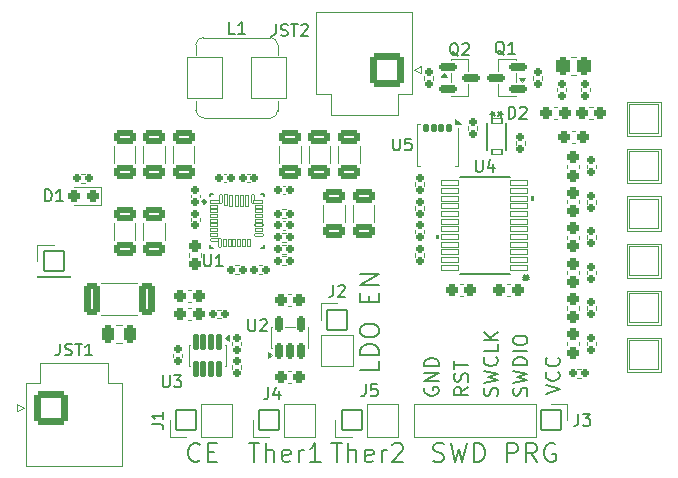
<source format=gbr>
%TF.GenerationSoftware,KiCad,Pcbnew,9.0.6+1*%
%TF.CreationDate,Date%
%TF.ProjectId,solar_smart_station,736f6c61-725f-4736-9d61-72745f737461,+ (Unreleased)*%
%TF.SameCoordinates,Original*%
%TF.FileFunction,Legend,Top*%
%TF.FilePolarity,Positive*%
%FSLAX46Y46*%
G04 Gerber Fmt 4.6, Leading zero omitted, Abs format (unit mm)*
G04 Created by KiCad*
%MOMM*%
%LPD*%
G01*
G04 APERTURE LIST*
G04 Aperture macros list*
%AMRoundRect*
0 Rectangle with rounded corners*
0 $1 Rounding radius*
0 $2 $3 $4 $5 $6 $7 $8 $9 X,Y pos of 4 corners*
0 Add a 4 corners polygon primitive as box body*
4,1,4,$2,$3,$4,$5,$6,$7,$8,$9,$2,$3,0*
0 Add four circle primitives for the rounded corners*
1,1,$1+$1,$2,$3*
1,1,$1+$1,$4,$5*
1,1,$1+$1,$6,$7*
1,1,$1+$1,$8,$9*
0 Add four rect primitives between the rounded corners*
20,1,$1+$1,$2,$3,$4,$5,0*
20,1,$1+$1,$4,$5,$6,$7,0*
20,1,$1+$1,$6,$7,$8,$9,0*
20,1,$1+$1,$8,$9,$2,$3,0*%
%AMFreePoly0*
4,1,13,0.135355,0.385355,0.150000,0.350000,0.150000,-0.350000,0.135355,-0.385355,0.100000,-0.400000,-0.100000,-0.400000,-0.135355,-0.385355,-0.150000,-0.350000,-0.150000,0.350000,-0.135355,0.385355,-0.100000,0.400000,0.100000,0.400000,0.135355,0.385355,0.135355,0.385355,$1*%
%AMFreePoly1*
4,1,13,0.385355,0.135355,0.400000,0.100000,0.400000,-0.100000,0.385355,-0.135355,0.350000,-0.150000,-0.350000,-0.150000,-0.385355,-0.135355,-0.400000,-0.100000,-0.400000,0.100000,-0.385355,0.135355,-0.350000,0.150000,0.350000,0.150000,0.385355,0.135355,0.385355,0.135355,$1*%
%AMFreePoly2*
4,1,37,1.406355,1.260355,1.421000,1.225000,1.421000,0.720000,1.406355,0.684645,1.371000,0.670000,1.000000,0.670000,1.000000,0.630000,1.370000,0.630000,1.405355,0.615355,1.420000,0.580000,1.420000,0.080000,1.405355,0.044645,1.370000,0.030000,1.000000,0.030000,1.000000,-0.030000,1.370000,-0.030000,1.405355,-0.044645,1.420000,-0.080000,1.420000,-0.580000,1.405355,-0.615355,
1.370000,-0.630000,1.000000,-0.630000,1.000000,-0.670000,1.370000,-0.670000,1.405355,-0.684645,1.420000,-0.720000,1.420000,-1.225000,1.405355,-1.260355,1.370000,-1.275000,-0.950000,-1.275000,-0.985355,-1.260355,-1.000000,-1.225000,-1.000000,1.225000,-0.985355,1.260355,-0.950000,1.275000,1.371000,1.275000,1.406355,1.260355,1.406355,1.260355,$1*%
G04 Aperture macros list end*
%ADD10C,0.150000*%
%ADD11C,0.120000*%
%ADD12C,0.152400*%
%ADD13C,0.000000*%
%ADD14C,0.250000*%
%ADD15RoundRect,0.160000X-0.210000X0.160000X-0.210000X-0.160000X0.210000X-0.160000X0.210000X0.160000X0*%
%ADD16RoundRect,0.259260X-1.140740X-1.140740X1.140740X-1.140740X1.140740X1.140740X-1.140740X1.140740X0*%
%ADD17C,2.800000*%
%ADD18RoundRect,0.271739X-0.678261X0.353261X-0.678261X-0.353261X0.678261X-0.353261X0.678261X0.353261X0*%
%ADD19RoundRect,0.250000X-0.275000X0.250000X-0.275000X-0.250000X0.275000X-0.250000X0.275000X0.250000X0*%
%ADD20RoundRect,0.050000X-1.250000X-1.250000X1.250000X-1.250000X1.250000X1.250000X-1.250000X1.250000X0*%
%ADD21RoundRect,0.175000X-0.612500X-0.175000X0.612500X-0.175000X0.612500X0.175000X-0.612500X0.175000X0*%
%ADD22C,3.700000*%
%ADD23C,5.700000*%
%ADD24RoundRect,0.160000X-0.160000X-0.210000X0.160000X-0.210000X0.160000X0.210000X-0.160000X0.210000X0*%
%ADD25RoundRect,0.175000X0.612500X0.175000X-0.612500X0.175000X-0.612500X-0.175000X0.612500X-0.175000X0*%
%ADD26RoundRect,0.275000X0.275000X0.500000X-0.275000X0.500000X-0.275000X-0.500000X0.275000X-0.500000X0*%
%ADD27RoundRect,0.250000X-0.250000X-0.275000X0.250000X-0.275000X0.250000X0.275000X-0.250000X0.275000X0*%
%ADD28RoundRect,0.165000X0.165000X0.195000X-0.165000X0.195000X-0.165000X-0.195000X0.165000X-0.195000X0*%
%ADD29RoundRect,0.137500X-0.137500X0.575000X-0.137500X-0.575000X0.137500X-0.575000X0.137500X0.575000X0*%
%ADD30RoundRect,0.160000X0.210000X-0.160000X0.210000X0.160000X-0.210000X0.160000X-0.210000X-0.160000X0*%
%ADD31RoundRect,0.270409X-0.392091X-1.104591X0.392091X-1.104591X0.392091X1.104591X-0.392091X1.104591X0*%
%ADD32RoundRect,0.050000X-0.850000X-0.850000X0.850000X-0.850000X0.850000X0.850000X-0.850000X0.850000X0*%
%ADD33C,1.800000*%
%ADD34RoundRect,0.165000X-0.195000X0.165000X-0.195000X-0.165000X0.195000X-0.165000X0.195000X0.165000X0*%
%ADD35RoundRect,0.271739X0.678261X-0.353261X0.678261X0.353261X-0.678261X0.353261X-0.678261X-0.353261X0*%
%ADD36RoundRect,0.165000X-0.165000X-0.195000X0.165000X-0.195000X0.165000X0.195000X-0.165000X0.195000X0*%
%ADD37RoundRect,0.250000X0.250000X0.275000X-0.250000X0.275000X-0.250000X-0.275000X0.250000X-0.275000X0*%
%ADD38RoundRect,0.050000X-0.850000X0.850000X-0.850000X-0.850000X0.850000X-0.850000X0.850000X0.850000X0*%
%ADD39RoundRect,0.160000X0.160000X0.210000X-0.160000X0.210000X-0.160000X-0.210000X0.160000X-0.210000X0*%
%ADD40RoundRect,0.175000X0.175000X-0.537500X0.175000X0.537500X-0.175000X0.537500X-0.175000X-0.537500X0*%
%ADD41RoundRect,0.050000X0.850000X-0.850000X0.850000X0.850000X-0.850000X0.850000X-0.850000X-0.850000X0*%
%ADD42RoundRect,0.050000X-1.475000X-1.750000X1.475000X-1.750000X1.475000X1.750000X-1.475000X1.750000X0*%
%ADD43RoundRect,0.259260X1.140740X1.140740X-1.140740X1.140740X-1.140740X-1.140740X1.140740X-1.140740X0*%
%ADD44RoundRect,0.050000X-0.419100X0.228600X-0.419100X-0.228600X0.419100X-0.228600X0.419100X0.228600X0*%
%ADD45RoundRect,0.274390X0.288110X0.475610X-0.288110X0.475610X-0.288110X-0.475610X0.288110X-0.475610X0*%
%ADD46RoundRect,0.050000X0.736600X0.177800X-0.736600X0.177800X-0.736600X-0.177800X0.736600X-0.177800X0*%
%ADD47RoundRect,0.250000X0.275000X-0.250000X0.275000X0.250000X-0.275000X0.250000X-0.275000X-0.250000X0*%
%ADD48RoundRect,0.050000X0.400000X-0.100000X0.400000X0.100000X-0.400000X0.100000X-0.400000X-0.100000X0*%
%ADD49RoundRect,0.050000X-0.100000X-0.350000X0.100000X-0.350000X0.100000X0.350000X-0.100000X0.350000X0*%
%ADD50RoundRect,0.050000X-0.299999X-0.100000X0.299999X-0.100000X0.299999X0.100000X-0.299999X0.100000X0*%
%ADD51RoundRect,0.050000X-0.350000X-0.100000X0.350000X-0.100000X0.350000X0.100000X-0.350000X0.100000X0*%
%ADD52RoundRect,0.050000X0.100000X-0.350000X0.100000X0.350000X-0.100000X0.350000X-0.100000X-0.350000X0*%
%ADD53RoundRect,0.050000X0.100000X-0.299999X0.100000X0.299999X-0.100000X0.299999X-0.100000X-0.299999X0*%
%ADD54FreePoly0,0.000000*%
%ADD55FreePoly1,0.000000*%
%ADD56RoundRect,0.050000X-0.350000X-0.100000X0.350000X-0.100000X0.350000X0.100000X-0.350000X0.100000X0*%
%ADD57RoundRect,0.050000X-0.325000X-0.100000X0.325000X-0.100000X0.325000X0.100000X-0.325000X0.100000X0*%
%ADD58RoundRect,0.050000X-0.340000X-0.100000X0.340000X-0.100000X0.340000X0.100000X-0.340000X0.100000X0*%
%ADD59RoundRect,0.050000X-0.100000X-0.500000X0.100000X-0.500000X0.100000X0.500000X-0.100000X0.500000X0*%
%ADD60RoundRect,0.050000X-0.100000X-0.475000X0.100000X-0.475000X0.100000X0.475000X-0.100000X0.475000X0*%
%ADD61RoundRect,0.243750X0.243750X0.281250X-0.243750X0.281250X-0.243750X-0.281250X0.243750X-0.281250X0*%
%ADD62RoundRect,0.137500X-0.137500X0.227500X-0.137500X-0.227500X0.137500X-0.227500X0.137500X0.227500X0*%
%ADD63FreePoly2,270.000000*%
G04 APERTURE END LIST*
D10*
X73038200Y-178922744D02*
X73095342Y-178751316D01*
X73095342Y-178751316D02*
X73095342Y-178465601D01*
X73095342Y-178465601D02*
X73038200Y-178351316D01*
X73038200Y-178351316D02*
X72981057Y-178294173D01*
X72981057Y-178294173D02*
X72866771Y-178237030D01*
X72866771Y-178237030D02*
X72752485Y-178237030D01*
X72752485Y-178237030D02*
X72638200Y-178294173D01*
X72638200Y-178294173D02*
X72581057Y-178351316D01*
X72581057Y-178351316D02*
X72523914Y-178465601D01*
X72523914Y-178465601D02*
X72466771Y-178694173D01*
X72466771Y-178694173D02*
X72409628Y-178808458D01*
X72409628Y-178808458D02*
X72352485Y-178865601D01*
X72352485Y-178865601D02*
X72238200Y-178922744D01*
X72238200Y-178922744D02*
X72123914Y-178922744D01*
X72123914Y-178922744D02*
X72009628Y-178865601D01*
X72009628Y-178865601D02*
X71952485Y-178808458D01*
X71952485Y-178808458D02*
X71895342Y-178694173D01*
X71895342Y-178694173D02*
X71895342Y-178408458D01*
X71895342Y-178408458D02*
X71952485Y-178237030D01*
X71895342Y-177837030D02*
X73095342Y-177551316D01*
X73095342Y-177551316D02*
X72238200Y-177322744D01*
X72238200Y-177322744D02*
X73095342Y-177094173D01*
X73095342Y-177094173D02*
X71895342Y-176808459D01*
X73095342Y-176351315D02*
X71895342Y-176351315D01*
X71895342Y-176351315D02*
X71895342Y-176065601D01*
X71895342Y-176065601D02*
X71952485Y-175894172D01*
X71952485Y-175894172D02*
X72066771Y-175779887D01*
X72066771Y-175779887D02*
X72181057Y-175722744D01*
X72181057Y-175722744D02*
X72409628Y-175665601D01*
X72409628Y-175665601D02*
X72581057Y-175665601D01*
X72581057Y-175665601D02*
X72809628Y-175722744D01*
X72809628Y-175722744D02*
X72923914Y-175779887D01*
X72923914Y-175779887D02*
X73038200Y-175894172D01*
X73038200Y-175894172D02*
X73095342Y-176065601D01*
X73095342Y-176065601D02*
X73095342Y-176351315D01*
X73095342Y-175151315D02*
X71895342Y-175151315D01*
X71895342Y-174351315D02*
X71895342Y-174122743D01*
X71895342Y-174122743D02*
X71952485Y-174008458D01*
X71952485Y-174008458D02*
X72066771Y-173894172D01*
X72066771Y-173894172D02*
X72295342Y-173837029D01*
X72295342Y-173837029D02*
X72695342Y-173837029D01*
X72695342Y-173837029D02*
X72923914Y-173894172D01*
X72923914Y-173894172D02*
X73038200Y-174008458D01*
X73038200Y-174008458D02*
X73095342Y-174122743D01*
X73095342Y-174122743D02*
X73095342Y-174351315D01*
X73095342Y-174351315D02*
X73038200Y-174465601D01*
X73038200Y-174465601D02*
X72923914Y-174579886D01*
X72923914Y-174579886D02*
X72695342Y-174637029D01*
X72695342Y-174637029D02*
X72295342Y-174637029D01*
X72295342Y-174637029D02*
X72066771Y-174579886D01*
X72066771Y-174579886D02*
X71952485Y-174465601D01*
X71952485Y-174465601D02*
X71895342Y-174351315D01*
X65153445Y-184470200D02*
X65382017Y-184546390D01*
X65382017Y-184546390D02*
X65762969Y-184546390D01*
X65762969Y-184546390D02*
X65915350Y-184470200D01*
X65915350Y-184470200D02*
X65991541Y-184394009D01*
X65991541Y-184394009D02*
X66067731Y-184241628D01*
X66067731Y-184241628D02*
X66067731Y-184089247D01*
X66067731Y-184089247D02*
X65991541Y-183936866D01*
X65991541Y-183936866D02*
X65915350Y-183860676D01*
X65915350Y-183860676D02*
X65762969Y-183784485D01*
X65762969Y-183784485D02*
X65458207Y-183708295D01*
X65458207Y-183708295D02*
X65305826Y-183632104D01*
X65305826Y-183632104D02*
X65229636Y-183555914D01*
X65229636Y-183555914D02*
X65153445Y-183403533D01*
X65153445Y-183403533D02*
X65153445Y-183251152D01*
X65153445Y-183251152D02*
X65229636Y-183098771D01*
X65229636Y-183098771D02*
X65305826Y-183022580D01*
X65305826Y-183022580D02*
X65458207Y-182946390D01*
X65458207Y-182946390D02*
X65839160Y-182946390D01*
X65839160Y-182946390D02*
X66067731Y-183022580D01*
X66601065Y-182946390D02*
X66982017Y-184546390D01*
X66982017Y-184546390D02*
X67286779Y-183403533D01*
X67286779Y-183403533D02*
X67591541Y-184546390D01*
X67591541Y-184546390D02*
X67972494Y-182946390D01*
X68582017Y-184546390D02*
X68582017Y-182946390D01*
X68582017Y-182946390D02*
X68962969Y-182946390D01*
X68962969Y-182946390D02*
X69191541Y-183022580D01*
X69191541Y-183022580D02*
X69343922Y-183174961D01*
X69343922Y-183174961D02*
X69420112Y-183327342D01*
X69420112Y-183327342D02*
X69496303Y-183632104D01*
X69496303Y-183632104D02*
X69496303Y-183860676D01*
X69496303Y-183860676D02*
X69420112Y-184165438D01*
X69420112Y-184165438D02*
X69343922Y-184317819D01*
X69343922Y-184317819D02*
X69191541Y-184470200D01*
X69191541Y-184470200D02*
X68962969Y-184546390D01*
X68962969Y-184546390D02*
X68582017Y-184546390D01*
X71401065Y-184546390D02*
X71401065Y-182946390D01*
X71401065Y-182946390D02*
X72010589Y-182946390D01*
X72010589Y-182946390D02*
X72162970Y-183022580D01*
X72162970Y-183022580D02*
X72239160Y-183098771D01*
X72239160Y-183098771D02*
X72315351Y-183251152D01*
X72315351Y-183251152D02*
X72315351Y-183479723D01*
X72315351Y-183479723D02*
X72239160Y-183632104D01*
X72239160Y-183632104D02*
X72162970Y-183708295D01*
X72162970Y-183708295D02*
X72010589Y-183784485D01*
X72010589Y-183784485D02*
X71401065Y-183784485D01*
X73915351Y-184546390D02*
X73382017Y-183784485D01*
X73001065Y-184546390D02*
X73001065Y-182946390D01*
X73001065Y-182946390D02*
X73610589Y-182946390D01*
X73610589Y-182946390D02*
X73762970Y-183022580D01*
X73762970Y-183022580D02*
X73839160Y-183098771D01*
X73839160Y-183098771D02*
X73915351Y-183251152D01*
X73915351Y-183251152D02*
X73915351Y-183479723D01*
X73915351Y-183479723D02*
X73839160Y-183632104D01*
X73839160Y-183632104D02*
X73762970Y-183708295D01*
X73762970Y-183708295D02*
X73610589Y-183784485D01*
X73610589Y-183784485D02*
X73001065Y-183784485D01*
X75439160Y-183022580D02*
X75286779Y-182946390D01*
X75286779Y-182946390D02*
X75058208Y-182946390D01*
X75058208Y-182946390D02*
X74829636Y-183022580D01*
X74829636Y-183022580D02*
X74677255Y-183174961D01*
X74677255Y-183174961D02*
X74601065Y-183327342D01*
X74601065Y-183327342D02*
X74524874Y-183632104D01*
X74524874Y-183632104D02*
X74524874Y-183860676D01*
X74524874Y-183860676D02*
X74601065Y-184165438D01*
X74601065Y-184165438D02*
X74677255Y-184317819D01*
X74677255Y-184317819D02*
X74829636Y-184470200D01*
X74829636Y-184470200D02*
X75058208Y-184546390D01*
X75058208Y-184546390D02*
X75210589Y-184546390D01*
X75210589Y-184546390D02*
X75439160Y-184470200D01*
X75439160Y-184470200D02*
X75515351Y-184394009D01*
X75515351Y-184394009D02*
X75515351Y-183860676D01*
X75515351Y-183860676D02*
X75210589Y-183860676D01*
X49501064Y-182946390D02*
X50415350Y-182946390D01*
X49958207Y-184546390D02*
X49958207Y-182946390D01*
X50948684Y-184546390D02*
X50948684Y-182946390D01*
X51634398Y-184546390D02*
X51634398Y-183708295D01*
X51634398Y-183708295D02*
X51558208Y-183555914D01*
X51558208Y-183555914D02*
X51405827Y-183479723D01*
X51405827Y-183479723D02*
X51177255Y-183479723D01*
X51177255Y-183479723D02*
X51024874Y-183555914D01*
X51024874Y-183555914D02*
X50948684Y-183632104D01*
X53005827Y-184470200D02*
X52853446Y-184546390D01*
X52853446Y-184546390D02*
X52548684Y-184546390D01*
X52548684Y-184546390D02*
X52396303Y-184470200D01*
X52396303Y-184470200D02*
X52320112Y-184317819D01*
X52320112Y-184317819D02*
X52320112Y-183708295D01*
X52320112Y-183708295D02*
X52396303Y-183555914D01*
X52396303Y-183555914D02*
X52548684Y-183479723D01*
X52548684Y-183479723D02*
X52853446Y-183479723D01*
X52853446Y-183479723D02*
X53005827Y-183555914D01*
X53005827Y-183555914D02*
X53082017Y-183708295D01*
X53082017Y-183708295D02*
X53082017Y-183860676D01*
X53082017Y-183860676D02*
X52320112Y-184013057D01*
X53767732Y-184546390D02*
X53767732Y-183479723D01*
X53767732Y-183784485D02*
X53843922Y-183632104D01*
X53843922Y-183632104D02*
X53920113Y-183555914D01*
X53920113Y-183555914D02*
X54072494Y-183479723D01*
X54072494Y-183479723D02*
X54224875Y-183479723D01*
X55596303Y-184546390D02*
X54682017Y-184546390D01*
X55139160Y-184546390D02*
X55139160Y-182946390D01*
X55139160Y-182946390D02*
X54986779Y-183174961D01*
X54986779Y-183174961D02*
X54834398Y-183327342D01*
X54834398Y-183327342D02*
X54682017Y-183403533D01*
X74645342Y-178787030D02*
X75845342Y-178387030D01*
X75845342Y-178387030D02*
X74645342Y-177987030D01*
X75731057Y-176901316D02*
X75788200Y-176958459D01*
X75788200Y-176958459D02*
X75845342Y-177129887D01*
X75845342Y-177129887D02*
X75845342Y-177244173D01*
X75845342Y-177244173D02*
X75788200Y-177415602D01*
X75788200Y-177415602D02*
X75673914Y-177529887D01*
X75673914Y-177529887D02*
X75559628Y-177587030D01*
X75559628Y-177587030D02*
X75331057Y-177644173D01*
X75331057Y-177644173D02*
X75159628Y-177644173D01*
X75159628Y-177644173D02*
X74931057Y-177587030D01*
X74931057Y-177587030D02*
X74816771Y-177529887D01*
X74816771Y-177529887D02*
X74702485Y-177415602D01*
X74702485Y-177415602D02*
X74645342Y-177244173D01*
X74645342Y-177244173D02*
X74645342Y-177129887D01*
X74645342Y-177129887D02*
X74702485Y-176958459D01*
X74702485Y-176958459D02*
X74759628Y-176901316D01*
X75731057Y-175701316D02*
X75788200Y-175758459D01*
X75788200Y-175758459D02*
X75845342Y-175929887D01*
X75845342Y-175929887D02*
X75845342Y-176044173D01*
X75845342Y-176044173D02*
X75788200Y-176215602D01*
X75788200Y-176215602D02*
X75673914Y-176329887D01*
X75673914Y-176329887D02*
X75559628Y-176387030D01*
X75559628Y-176387030D02*
X75331057Y-176444173D01*
X75331057Y-176444173D02*
X75159628Y-176444173D01*
X75159628Y-176444173D02*
X74931057Y-176387030D01*
X74931057Y-176387030D02*
X74816771Y-176329887D01*
X74816771Y-176329887D02*
X74702485Y-176215602D01*
X74702485Y-176215602D02*
X74645342Y-176044173D01*
X74645342Y-176044173D02*
X74645342Y-175929887D01*
X74645342Y-175929887D02*
X74702485Y-175758459D01*
X74702485Y-175758459D02*
X74759628Y-175701316D01*
X68095342Y-178179887D02*
X67523914Y-178579887D01*
X68095342Y-178865601D02*
X66895342Y-178865601D01*
X66895342Y-178865601D02*
X66895342Y-178408458D01*
X66895342Y-178408458D02*
X66952485Y-178294173D01*
X66952485Y-178294173D02*
X67009628Y-178237030D01*
X67009628Y-178237030D02*
X67123914Y-178179887D01*
X67123914Y-178179887D02*
X67295342Y-178179887D01*
X67295342Y-178179887D02*
X67409628Y-178237030D01*
X67409628Y-178237030D02*
X67466771Y-178294173D01*
X67466771Y-178294173D02*
X67523914Y-178408458D01*
X67523914Y-178408458D02*
X67523914Y-178865601D01*
X68038200Y-177722744D02*
X68095342Y-177551316D01*
X68095342Y-177551316D02*
X68095342Y-177265601D01*
X68095342Y-177265601D02*
X68038200Y-177151316D01*
X68038200Y-177151316D02*
X67981057Y-177094173D01*
X67981057Y-177094173D02*
X67866771Y-177037030D01*
X67866771Y-177037030D02*
X67752485Y-177037030D01*
X67752485Y-177037030D02*
X67638200Y-177094173D01*
X67638200Y-177094173D02*
X67581057Y-177151316D01*
X67581057Y-177151316D02*
X67523914Y-177265601D01*
X67523914Y-177265601D02*
X67466771Y-177494173D01*
X67466771Y-177494173D02*
X67409628Y-177608458D01*
X67409628Y-177608458D02*
X67352485Y-177665601D01*
X67352485Y-177665601D02*
X67238200Y-177722744D01*
X67238200Y-177722744D02*
X67123914Y-177722744D01*
X67123914Y-177722744D02*
X67009628Y-177665601D01*
X67009628Y-177665601D02*
X66952485Y-177608458D01*
X66952485Y-177608458D02*
X66895342Y-177494173D01*
X66895342Y-177494173D02*
X66895342Y-177208458D01*
X66895342Y-177208458D02*
X66952485Y-177037030D01*
X66895342Y-176694173D02*
X66895342Y-176008459D01*
X68095342Y-176351316D02*
X66895342Y-176351316D01*
X60546390Y-176008458D02*
X60546390Y-176770363D01*
X60546390Y-176770363D02*
X58946390Y-176770363D01*
X60546390Y-175475125D02*
X58946390Y-175475125D01*
X58946390Y-175475125D02*
X58946390Y-175094173D01*
X58946390Y-175094173D02*
X59022580Y-174865601D01*
X59022580Y-174865601D02*
X59174961Y-174713220D01*
X59174961Y-174713220D02*
X59327342Y-174637030D01*
X59327342Y-174637030D02*
X59632104Y-174560839D01*
X59632104Y-174560839D02*
X59860676Y-174560839D01*
X59860676Y-174560839D02*
X60165438Y-174637030D01*
X60165438Y-174637030D02*
X60317819Y-174713220D01*
X60317819Y-174713220D02*
X60470200Y-174865601D01*
X60470200Y-174865601D02*
X60546390Y-175094173D01*
X60546390Y-175094173D02*
X60546390Y-175475125D01*
X58946390Y-173570363D02*
X58946390Y-173265601D01*
X58946390Y-173265601D02*
X59022580Y-173113220D01*
X59022580Y-173113220D02*
X59174961Y-172960839D01*
X59174961Y-172960839D02*
X59479723Y-172884649D01*
X59479723Y-172884649D02*
X60013057Y-172884649D01*
X60013057Y-172884649D02*
X60317819Y-172960839D01*
X60317819Y-172960839D02*
X60470200Y-173113220D01*
X60470200Y-173113220D02*
X60546390Y-173265601D01*
X60546390Y-173265601D02*
X60546390Y-173570363D01*
X60546390Y-173570363D02*
X60470200Y-173722744D01*
X60470200Y-173722744D02*
X60317819Y-173875125D01*
X60317819Y-173875125D02*
X60013057Y-173951316D01*
X60013057Y-173951316D02*
X59479723Y-173951316D01*
X59479723Y-173951316D02*
X59174961Y-173875125D01*
X59174961Y-173875125D02*
X59022580Y-173722744D01*
X59022580Y-173722744D02*
X58946390Y-173570363D01*
X59708295Y-170979887D02*
X59708295Y-170446554D01*
X60546390Y-170217982D02*
X60546390Y-170979887D01*
X60546390Y-170979887D02*
X58946390Y-170979887D01*
X58946390Y-170979887D02*
X58946390Y-170217982D01*
X60546390Y-169532268D02*
X58946390Y-169532268D01*
X58946390Y-169532268D02*
X60546390Y-168617982D01*
X60546390Y-168617982D02*
X58946390Y-168617982D01*
X64452485Y-178237030D02*
X64395342Y-178351316D01*
X64395342Y-178351316D02*
X64395342Y-178522744D01*
X64395342Y-178522744D02*
X64452485Y-178694173D01*
X64452485Y-178694173D02*
X64566771Y-178808458D01*
X64566771Y-178808458D02*
X64681057Y-178865601D01*
X64681057Y-178865601D02*
X64909628Y-178922744D01*
X64909628Y-178922744D02*
X65081057Y-178922744D01*
X65081057Y-178922744D02*
X65309628Y-178865601D01*
X65309628Y-178865601D02*
X65423914Y-178808458D01*
X65423914Y-178808458D02*
X65538200Y-178694173D01*
X65538200Y-178694173D02*
X65595342Y-178522744D01*
X65595342Y-178522744D02*
X65595342Y-178408458D01*
X65595342Y-178408458D02*
X65538200Y-178237030D01*
X65538200Y-178237030D02*
X65481057Y-178179887D01*
X65481057Y-178179887D02*
X65081057Y-178179887D01*
X65081057Y-178179887D02*
X65081057Y-178408458D01*
X65595342Y-177665601D02*
X64395342Y-177665601D01*
X64395342Y-177665601D02*
X65595342Y-176979887D01*
X65595342Y-176979887D02*
X64395342Y-176979887D01*
X65595342Y-176408458D02*
X64395342Y-176408458D01*
X64395342Y-176408458D02*
X64395342Y-176122744D01*
X64395342Y-176122744D02*
X64452485Y-175951315D01*
X64452485Y-175951315D02*
X64566771Y-175837030D01*
X64566771Y-175837030D02*
X64681057Y-175779887D01*
X64681057Y-175779887D02*
X64909628Y-175722744D01*
X64909628Y-175722744D02*
X65081057Y-175722744D01*
X65081057Y-175722744D02*
X65309628Y-175779887D01*
X65309628Y-175779887D02*
X65423914Y-175837030D01*
X65423914Y-175837030D02*
X65538200Y-175951315D01*
X65538200Y-175951315D02*
X65595342Y-176122744D01*
X65595342Y-176122744D02*
X65595342Y-176408458D01*
X56501064Y-182946390D02*
X57415350Y-182946390D01*
X56958207Y-184546390D02*
X56958207Y-182946390D01*
X57948684Y-184546390D02*
X57948684Y-182946390D01*
X58634398Y-184546390D02*
X58634398Y-183708295D01*
X58634398Y-183708295D02*
X58558208Y-183555914D01*
X58558208Y-183555914D02*
X58405827Y-183479723D01*
X58405827Y-183479723D02*
X58177255Y-183479723D01*
X58177255Y-183479723D02*
X58024874Y-183555914D01*
X58024874Y-183555914D02*
X57948684Y-183632104D01*
X60005827Y-184470200D02*
X59853446Y-184546390D01*
X59853446Y-184546390D02*
X59548684Y-184546390D01*
X59548684Y-184546390D02*
X59396303Y-184470200D01*
X59396303Y-184470200D02*
X59320112Y-184317819D01*
X59320112Y-184317819D02*
X59320112Y-183708295D01*
X59320112Y-183708295D02*
X59396303Y-183555914D01*
X59396303Y-183555914D02*
X59548684Y-183479723D01*
X59548684Y-183479723D02*
X59853446Y-183479723D01*
X59853446Y-183479723D02*
X60005827Y-183555914D01*
X60005827Y-183555914D02*
X60082017Y-183708295D01*
X60082017Y-183708295D02*
X60082017Y-183860676D01*
X60082017Y-183860676D02*
X59320112Y-184013057D01*
X60767732Y-184546390D02*
X60767732Y-183479723D01*
X60767732Y-183784485D02*
X60843922Y-183632104D01*
X60843922Y-183632104D02*
X60920113Y-183555914D01*
X60920113Y-183555914D02*
X61072494Y-183479723D01*
X61072494Y-183479723D02*
X61224875Y-183479723D01*
X61682017Y-183098771D02*
X61758208Y-183022580D01*
X61758208Y-183022580D02*
X61910589Y-182946390D01*
X61910589Y-182946390D02*
X62291541Y-182946390D01*
X62291541Y-182946390D02*
X62443922Y-183022580D01*
X62443922Y-183022580D02*
X62520113Y-183098771D01*
X62520113Y-183098771D02*
X62596303Y-183251152D01*
X62596303Y-183251152D02*
X62596303Y-183403533D01*
X62596303Y-183403533D02*
X62520113Y-183632104D01*
X62520113Y-183632104D02*
X61605827Y-184546390D01*
X61605827Y-184546390D02*
X62596303Y-184546390D01*
X70538200Y-178922744D02*
X70595342Y-178751316D01*
X70595342Y-178751316D02*
X70595342Y-178465601D01*
X70595342Y-178465601D02*
X70538200Y-178351316D01*
X70538200Y-178351316D02*
X70481057Y-178294173D01*
X70481057Y-178294173D02*
X70366771Y-178237030D01*
X70366771Y-178237030D02*
X70252485Y-178237030D01*
X70252485Y-178237030D02*
X70138200Y-178294173D01*
X70138200Y-178294173D02*
X70081057Y-178351316D01*
X70081057Y-178351316D02*
X70023914Y-178465601D01*
X70023914Y-178465601D02*
X69966771Y-178694173D01*
X69966771Y-178694173D02*
X69909628Y-178808458D01*
X69909628Y-178808458D02*
X69852485Y-178865601D01*
X69852485Y-178865601D02*
X69738200Y-178922744D01*
X69738200Y-178922744D02*
X69623914Y-178922744D01*
X69623914Y-178922744D02*
X69509628Y-178865601D01*
X69509628Y-178865601D02*
X69452485Y-178808458D01*
X69452485Y-178808458D02*
X69395342Y-178694173D01*
X69395342Y-178694173D02*
X69395342Y-178408458D01*
X69395342Y-178408458D02*
X69452485Y-178237030D01*
X69395342Y-177837030D02*
X70595342Y-177551316D01*
X70595342Y-177551316D02*
X69738200Y-177322744D01*
X69738200Y-177322744D02*
X70595342Y-177094173D01*
X70595342Y-177094173D02*
X69395342Y-176808459D01*
X70481057Y-175665601D02*
X70538200Y-175722744D01*
X70538200Y-175722744D02*
X70595342Y-175894172D01*
X70595342Y-175894172D02*
X70595342Y-176008458D01*
X70595342Y-176008458D02*
X70538200Y-176179887D01*
X70538200Y-176179887D02*
X70423914Y-176294172D01*
X70423914Y-176294172D02*
X70309628Y-176351315D01*
X70309628Y-176351315D02*
X70081057Y-176408458D01*
X70081057Y-176408458D02*
X69909628Y-176408458D01*
X69909628Y-176408458D02*
X69681057Y-176351315D01*
X69681057Y-176351315D02*
X69566771Y-176294172D01*
X69566771Y-176294172D02*
X69452485Y-176179887D01*
X69452485Y-176179887D02*
X69395342Y-176008458D01*
X69395342Y-176008458D02*
X69395342Y-175894172D01*
X69395342Y-175894172D02*
X69452485Y-175722744D01*
X69452485Y-175722744D02*
X69509628Y-175665601D01*
X70595342Y-174579887D02*
X70595342Y-175151315D01*
X70595342Y-175151315D02*
X69395342Y-175151315D01*
X70595342Y-174179886D02*
X69395342Y-174179886D01*
X70595342Y-173494172D02*
X69909628Y-174008458D01*
X69395342Y-173494172D02*
X70081057Y-174179886D01*
X45393922Y-184394009D02*
X45317731Y-184470200D01*
X45317731Y-184470200D02*
X45089160Y-184546390D01*
X45089160Y-184546390D02*
X44936779Y-184546390D01*
X44936779Y-184546390D02*
X44708207Y-184470200D01*
X44708207Y-184470200D02*
X44555826Y-184317819D01*
X44555826Y-184317819D02*
X44479636Y-184165438D01*
X44479636Y-184165438D02*
X44403445Y-183860676D01*
X44403445Y-183860676D02*
X44403445Y-183632104D01*
X44403445Y-183632104D02*
X44479636Y-183327342D01*
X44479636Y-183327342D02*
X44555826Y-183174961D01*
X44555826Y-183174961D02*
X44708207Y-183022580D01*
X44708207Y-183022580D02*
X44936779Y-182946390D01*
X44936779Y-182946390D02*
X45089160Y-182946390D01*
X45089160Y-182946390D02*
X45317731Y-183022580D01*
X45317731Y-183022580D02*
X45393922Y-183098771D01*
X46079636Y-183708295D02*
X46612969Y-183708295D01*
X46841541Y-184546390D02*
X46079636Y-184546390D01*
X46079636Y-184546390D02*
X46079636Y-182946390D01*
X46079636Y-182946390D02*
X46841541Y-182946390D01*
X33532023Y-174504819D02*
X33532023Y-175219104D01*
X33532023Y-175219104D02*
X33484404Y-175361961D01*
X33484404Y-175361961D02*
X33389166Y-175457200D01*
X33389166Y-175457200D02*
X33246309Y-175504819D01*
X33246309Y-175504819D02*
X33151071Y-175504819D01*
X33960595Y-175457200D02*
X34103452Y-175504819D01*
X34103452Y-175504819D02*
X34341547Y-175504819D01*
X34341547Y-175504819D02*
X34436785Y-175457200D01*
X34436785Y-175457200D02*
X34484404Y-175409580D01*
X34484404Y-175409580D02*
X34532023Y-175314342D01*
X34532023Y-175314342D02*
X34532023Y-175219104D01*
X34532023Y-175219104D02*
X34484404Y-175123866D01*
X34484404Y-175123866D02*
X34436785Y-175076247D01*
X34436785Y-175076247D02*
X34341547Y-175028628D01*
X34341547Y-175028628D02*
X34151071Y-174981009D01*
X34151071Y-174981009D02*
X34055833Y-174933390D01*
X34055833Y-174933390D02*
X34008214Y-174885771D01*
X34008214Y-174885771D02*
X33960595Y-174790533D01*
X33960595Y-174790533D02*
X33960595Y-174695295D01*
X33960595Y-174695295D02*
X34008214Y-174600057D01*
X34008214Y-174600057D02*
X34055833Y-174552438D01*
X34055833Y-174552438D02*
X34151071Y-174504819D01*
X34151071Y-174504819D02*
X34389166Y-174504819D01*
X34389166Y-174504819D02*
X34532023Y-174552438D01*
X34817738Y-174504819D02*
X35389166Y-174504819D01*
X35103452Y-175504819D02*
X35103452Y-174504819D01*
X36246309Y-175504819D02*
X35674881Y-175504819D01*
X35960595Y-175504819D02*
X35960595Y-174504819D01*
X35960595Y-174504819D02*
X35865357Y-174647676D01*
X35865357Y-174647676D02*
X35770119Y-174742914D01*
X35770119Y-174742914D02*
X35674881Y-174790533D01*
X67264761Y-150150057D02*
X67169523Y-150102438D01*
X67169523Y-150102438D02*
X67074285Y-150007200D01*
X67074285Y-150007200D02*
X66931428Y-149864342D01*
X66931428Y-149864342D02*
X66836190Y-149816723D01*
X66836190Y-149816723D02*
X66740952Y-149816723D01*
X66788571Y-150054819D02*
X66693333Y-150007200D01*
X66693333Y-150007200D02*
X66598095Y-149911961D01*
X66598095Y-149911961D02*
X66550476Y-149721485D01*
X66550476Y-149721485D02*
X66550476Y-149388152D01*
X66550476Y-149388152D02*
X66598095Y-149197676D01*
X66598095Y-149197676D02*
X66693333Y-149102438D01*
X66693333Y-149102438D02*
X66788571Y-149054819D01*
X66788571Y-149054819D02*
X66979047Y-149054819D01*
X66979047Y-149054819D02*
X67074285Y-149102438D01*
X67074285Y-149102438D02*
X67169523Y-149197676D01*
X67169523Y-149197676D02*
X67217142Y-149388152D01*
X67217142Y-149388152D02*
X67217142Y-149721485D01*
X67217142Y-149721485D02*
X67169523Y-149911961D01*
X67169523Y-149911961D02*
X67074285Y-150007200D01*
X67074285Y-150007200D02*
X66979047Y-150054819D01*
X66979047Y-150054819D02*
X66788571Y-150054819D01*
X67598095Y-149150057D02*
X67645714Y-149102438D01*
X67645714Y-149102438D02*
X67740952Y-149054819D01*
X67740952Y-149054819D02*
X67979047Y-149054819D01*
X67979047Y-149054819D02*
X68074285Y-149102438D01*
X68074285Y-149102438D02*
X68121904Y-149150057D01*
X68121904Y-149150057D02*
X68169523Y-149245295D01*
X68169523Y-149245295D02*
X68169523Y-149340533D01*
X68169523Y-149340533D02*
X68121904Y-149483390D01*
X68121904Y-149483390D02*
X67550476Y-150054819D01*
X67550476Y-150054819D02*
X68169523Y-150054819D01*
X71154761Y-150050057D02*
X71059523Y-150002438D01*
X71059523Y-150002438D02*
X70964285Y-149907200D01*
X70964285Y-149907200D02*
X70821428Y-149764342D01*
X70821428Y-149764342D02*
X70726190Y-149716723D01*
X70726190Y-149716723D02*
X70630952Y-149716723D01*
X70678571Y-149954819D02*
X70583333Y-149907200D01*
X70583333Y-149907200D02*
X70488095Y-149811961D01*
X70488095Y-149811961D02*
X70440476Y-149621485D01*
X70440476Y-149621485D02*
X70440476Y-149288152D01*
X70440476Y-149288152D02*
X70488095Y-149097676D01*
X70488095Y-149097676D02*
X70583333Y-149002438D01*
X70583333Y-149002438D02*
X70678571Y-148954819D01*
X70678571Y-148954819D02*
X70869047Y-148954819D01*
X70869047Y-148954819D02*
X70964285Y-149002438D01*
X70964285Y-149002438D02*
X71059523Y-149097676D01*
X71059523Y-149097676D02*
X71107142Y-149288152D01*
X71107142Y-149288152D02*
X71107142Y-149621485D01*
X71107142Y-149621485D02*
X71059523Y-149811961D01*
X71059523Y-149811961D02*
X70964285Y-149907200D01*
X70964285Y-149907200D02*
X70869047Y-149954819D01*
X70869047Y-149954819D02*
X70678571Y-149954819D01*
X72059523Y-149954819D02*
X71488095Y-149954819D01*
X71773809Y-149954819D02*
X71773809Y-148954819D01*
X71773809Y-148954819D02*
X71678571Y-149097676D01*
X71678571Y-149097676D02*
X71583333Y-149192914D01*
X71583333Y-149192914D02*
X71488095Y-149240533D01*
X42238095Y-177204819D02*
X42238095Y-178014342D01*
X42238095Y-178014342D02*
X42285714Y-178109580D01*
X42285714Y-178109580D02*
X42333333Y-178157200D01*
X42333333Y-178157200D02*
X42428571Y-178204819D01*
X42428571Y-178204819D02*
X42619047Y-178204819D01*
X42619047Y-178204819D02*
X42714285Y-178157200D01*
X42714285Y-178157200D02*
X42761904Y-178109580D01*
X42761904Y-178109580D02*
X42809523Y-178014342D01*
X42809523Y-178014342D02*
X42809523Y-177204819D01*
X43190476Y-177204819D02*
X43809523Y-177204819D01*
X43809523Y-177204819D02*
X43476190Y-177585771D01*
X43476190Y-177585771D02*
X43619047Y-177585771D01*
X43619047Y-177585771D02*
X43714285Y-177633390D01*
X43714285Y-177633390D02*
X43761904Y-177681009D01*
X43761904Y-177681009D02*
X43809523Y-177776247D01*
X43809523Y-177776247D02*
X43809523Y-178014342D01*
X43809523Y-178014342D02*
X43761904Y-178109580D01*
X43761904Y-178109580D02*
X43714285Y-178157200D01*
X43714285Y-178157200D02*
X43619047Y-178204819D01*
X43619047Y-178204819D02*
X43333333Y-178204819D01*
X43333333Y-178204819D02*
X43238095Y-178157200D01*
X43238095Y-178157200D02*
X43190476Y-178109580D01*
X56666666Y-169549819D02*
X56666666Y-170264104D01*
X56666666Y-170264104D02*
X56619047Y-170406961D01*
X56619047Y-170406961D02*
X56523809Y-170502200D01*
X56523809Y-170502200D02*
X56380952Y-170549819D01*
X56380952Y-170549819D02*
X56285714Y-170549819D01*
X57095238Y-169645057D02*
X57142857Y-169597438D01*
X57142857Y-169597438D02*
X57238095Y-169549819D01*
X57238095Y-169549819D02*
X57476190Y-169549819D01*
X57476190Y-169549819D02*
X57571428Y-169597438D01*
X57571428Y-169597438D02*
X57619047Y-169645057D01*
X57619047Y-169645057D02*
X57666666Y-169740295D01*
X57666666Y-169740295D02*
X57666666Y-169835533D01*
X57666666Y-169835533D02*
X57619047Y-169978390D01*
X57619047Y-169978390D02*
X57047619Y-170549819D01*
X57047619Y-170549819D02*
X57666666Y-170549819D01*
X77416666Y-180454819D02*
X77416666Y-181169104D01*
X77416666Y-181169104D02*
X77369047Y-181311961D01*
X77369047Y-181311961D02*
X77273809Y-181407200D01*
X77273809Y-181407200D02*
X77130952Y-181454819D01*
X77130952Y-181454819D02*
X77035714Y-181454819D01*
X77797619Y-180454819D02*
X78416666Y-180454819D01*
X78416666Y-180454819D02*
X78083333Y-180835771D01*
X78083333Y-180835771D02*
X78226190Y-180835771D01*
X78226190Y-180835771D02*
X78321428Y-180883390D01*
X78321428Y-180883390D02*
X78369047Y-180931009D01*
X78369047Y-180931009D02*
X78416666Y-181026247D01*
X78416666Y-181026247D02*
X78416666Y-181264342D01*
X78416666Y-181264342D02*
X78369047Y-181359580D01*
X78369047Y-181359580D02*
X78321428Y-181407200D01*
X78321428Y-181407200D02*
X78226190Y-181454819D01*
X78226190Y-181454819D02*
X77940476Y-181454819D01*
X77940476Y-181454819D02*
X77845238Y-181407200D01*
X77845238Y-181407200D02*
X77797619Y-181359580D01*
X49488095Y-172454819D02*
X49488095Y-173264342D01*
X49488095Y-173264342D02*
X49535714Y-173359580D01*
X49535714Y-173359580D02*
X49583333Y-173407200D01*
X49583333Y-173407200D02*
X49678571Y-173454819D01*
X49678571Y-173454819D02*
X49869047Y-173454819D01*
X49869047Y-173454819D02*
X49964285Y-173407200D01*
X49964285Y-173407200D02*
X50011904Y-173359580D01*
X50011904Y-173359580D02*
X50059523Y-173264342D01*
X50059523Y-173264342D02*
X50059523Y-172454819D01*
X50488095Y-172550057D02*
X50535714Y-172502438D01*
X50535714Y-172502438D02*
X50630952Y-172454819D01*
X50630952Y-172454819D02*
X50869047Y-172454819D01*
X50869047Y-172454819D02*
X50964285Y-172502438D01*
X50964285Y-172502438D02*
X51011904Y-172550057D01*
X51011904Y-172550057D02*
X51059523Y-172645295D01*
X51059523Y-172645295D02*
X51059523Y-172740533D01*
X51059523Y-172740533D02*
X51011904Y-172883390D01*
X51011904Y-172883390D02*
X50440476Y-173454819D01*
X50440476Y-173454819D02*
X51059523Y-173454819D01*
X59416666Y-177954819D02*
X59416666Y-178669104D01*
X59416666Y-178669104D02*
X59369047Y-178811961D01*
X59369047Y-178811961D02*
X59273809Y-178907200D01*
X59273809Y-178907200D02*
X59130952Y-178954819D01*
X59130952Y-178954819D02*
X59035714Y-178954819D01*
X60369047Y-177954819D02*
X59892857Y-177954819D01*
X59892857Y-177954819D02*
X59845238Y-178431009D01*
X59845238Y-178431009D02*
X59892857Y-178383390D01*
X59892857Y-178383390D02*
X59988095Y-178335771D01*
X59988095Y-178335771D02*
X60226190Y-178335771D01*
X60226190Y-178335771D02*
X60321428Y-178383390D01*
X60321428Y-178383390D02*
X60369047Y-178431009D01*
X60369047Y-178431009D02*
X60416666Y-178526247D01*
X60416666Y-178526247D02*
X60416666Y-178764342D01*
X60416666Y-178764342D02*
X60369047Y-178859580D01*
X60369047Y-178859580D02*
X60321428Y-178907200D01*
X60321428Y-178907200D02*
X60226190Y-178954819D01*
X60226190Y-178954819D02*
X59988095Y-178954819D01*
X59988095Y-178954819D02*
X59892857Y-178907200D01*
X59892857Y-178907200D02*
X59845238Y-178859580D01*
X48333333Y-148254819D02*
X47857143Y-148254819D01*
X47857143Y-148254819D02*
X47857143Y-147254819D01*
X49190476Y-148254819D02*
X48619048Y-148254819D01*
X48904762Y-148254819D02*
X48904762Y-147254819D01*
X48904762Y-147254819D02*
X48809524Y-147397676D01*
X48809524Y-147397676D02*
X48714286Y-147492914D01*
X48714286Y-147492914D02*
X48619048Y-147540533D01*
X51809523Y-147454819D02*
X51809523Y-148169104D01*
X51809523Y-148169104D02*
X51761904Y-148311961D01*
X51761904Y-148311961D02*
X51666666Y-148407200D01*
X51666666Y-148407200D02*
X51523809Y-148454819D01*
X51523809Y-148454819D02*
X51428571Y-148454819D01*
X52238095Y-148407200D02*
X52380952Y-148454819D01*
X52380952Y-148454819D02*
X52619047Y-148454819D01*
X52619047Y-148454819D02*
X52714285Y-148407200D01*
X52714285Y-148407200D02*
X52761904Y-148359580D01*
X52761904Y-148359580D02*
X52809523Y-148264342D01*
X52809523Y-148264342D02*
X52809523Y-148169104D01*
X52809523Y-148169104D02*
X52761904Y-148073866D01*
X52761904Y-148073866D02*
X52714285Y-148026247D01*
X52714285Y-148026247D02*
X52619047Y-147978628D01*
X52619047Y-147978628D02*
X52428571Y-147931009D01*
X52428571Y-147931009D02*
X52333333Y-147883390D01*
X52333333Y-147883390D02*
X52285714Y-147835771D01*
X52285714Y-147835771D02*
X52238095Y-147740533D01*
X52238095Y-147740533D02*
X52238095Y-147645295D01*
X52238095Y-147645295D02*
X52285714Y-147550057D01*
X52285714Y-147550057D02*
X52333333Y-147502438D01*
X52333333Y-147502438D02*
X52428571Y-147454819D01*
X52428571Y-147454819D02*
X52666666Y-147454819D01*
X52666666Y-147454819D02*
X52809523Y-147502438D01*
X53095238Y-147454819D02*
X53666666Y-147454819D01*
X53380952Y-148454819D02*
X53380952Y-147454819D01*
X53952381Y-147550057D02*
X54000000Y-147502438D01*
X54000000Y-147502438D02*
X54095238Y-147454819D01*
X54095238Y-147454819D02*
X54333333Y-147454819D01*
X54333333Y-147454819D02*
X54428571Y-147502438D01*
X54428571Y-147502438D02*
X54476190Y-147550057D01*
X54476190Y-147550057D02*
X54523809Y-147645295D01*
X54523809Y-147645295D02*
X54523809Y-147740533D01*
X54523809Y-147740533D02*
X54476190Y-147883390D01*
X54476190Y-147883390D02*
X53904762Y-148454819D01*
X53904762Y-148454819D02*
X54523809Y-148454819D01*
X71511905Y-155454819D02*
X71511905Y-154454819D01*
X71511905Y-154454819D02*
X71750000Y-154454819D01*
X71750000Y-154454819D02*
X71892857Y-154502438D01*
X71892857Y-154502438D02*
X71988095Y-154597676D01*
X71988095Y-154597676D02*
X72035714Y-154692914D01*
X72035714Y-154692914D02*
X72083333Y-154883390D01*
X72083333Y-154883390D02*
X72083333Y-155026247D01*
X72083333Y-155026247D02*
X72035714Y-155216723D01*
X72035714Y-155216723D02*
X71988095Y-155311961D01*
X71988095Y-155311961D02*
X71892857Y-155407200D01*
X71892857Y-155407200D02*
X71750000Y-155454819D01*
X71750000Y-155454819D02*
X71511905Y-155454819D01*
X72464286Y-154550057D02*
X72511905Y-154502438D01*
X72511905Y-154502438D02*
X72607143Y-154454819D01*
X72607143Y-154454819D02*
X72845238Y-154454819D01*
X72845238Y-154454819D02*
X72940476Y-154502438D01*
X72940476Y-154502438D02*
X72988095Y-154550057D01*
X72988095Y-154550057D02*
X73035714Y-154645295D01*
X73035714Y-154645295D02*
X73035714Y-154740533D01*
X73035714Y-154740533D02*
X72988095Y-154883390D01*
X72988095Y-154883390D02*
X72416667Y-155454819D01*
X72416667Y-155454819D02*
X73035714Y-155454819D01*
X69954819Y-155069599D02*
X70192914Y-155069599D01*
X70097676Y-155307694D02*
X70192914Y-155069599D01*
X70192914Y-155069599D02*
X70097676Y-154831504D01*
X70383390Y-155212456D02*
X70192914Y-155069599D01*
X70192914Y-155069599D02*
X70383390Y-154926742D01*
X71045180Y-155069600D02*
X70807085Y-155069600D01*
X70902323Y-154831505D02*
X70807085Y-155069600D01*
X70807085Y-155069600D02*
X70902323Y-155307695D01*
X70616609Y-154926743D02*
X70807085Y-155069600D01*
X70807085Y-155069600D02*
X70616609Y-155212457D01*
X41284819Y-181333333D02*
X41999104Y-181333333D01*
X41999104Y-181333333D02*
X42141961Y-181380952D01*
X42141961Y-181380952D02*
X42237200Y-181476190D01*
X42237200Y-181476190D02*
X42284819Y-181619047D01*
X42284819Y-181619047D02*
X42284819Y-181714285D01*
X42284819Y-180333333D02*
X42284819Y-180904761D01*
X42284819Y-180619047D02*
X41284819Y-180619047D01*
X41284819Y-180619047D02*
X41427676Y-180714285D01*
X41427676Y-180714285D02*
X41522914Y-180809523D01*
X41522914Y-180809523D02*
X41570533Y-180904761D01*
X51166666Y-178204819D02*
X51166666Y-178919104D01*
X51166666Y-178919104D02*
X51119047Y-179061961D01*
X51119047Y-179061961D02*
X51023809Y-179157200D01*
X51023809Y-179157200D02*
X50880952Y-179204819D01*
X50880952Y-179204819D02*
X50785714Y-179204819D01*
X52071428Y-178538152D02*
X52071428Y-179204819D01*
X51833333Y-178157200D02*
X51595238Y-178871485D01*
X51595238Y-178871485D02*
X52214285Y-178871485D01*
X68738095Y-158954819D02*
X68738095Y-159764342D01*
X68738095Y-159764342D02*
X68785714Y-159859580D01*
X68785714Y-159859580D02*
X68833333Y-159907200D01*
X68833333Y-159907200D02*
X68928571Y-159954819D01*
X68928571Y-159954819D02*
X69119047Y-159954819D01*
X69119047Y-159954819D02*
X69214285Y-159907200D01*
X69214285Y-159907200D02*
X69261904Y-159859580D01*
X69261904Y-159859580D02*
X69309523Y-159764342D01*
X69309523Y-159764342D02*
X69309523Y-158954819D01*
X70214285Y-159288152D02*
X70214285Y-159954819D01*
X69976190Y-158907200D02*
X69738095Y-159621485D01*
X69738095Y-159621485D02*
X70357142Y-159621485D01*
X73002244Y-169157827D02*
X73002244Y-168919732D01*
X73240339Y-169014970D02*
X73002244Y-168919732D01*
X73002244Y-168919732D02*
X72764149Y-169014970D01*
X73145101Y-168729256D02*
X73002244Y-168919732D01*
X73002244Y-168919732D02*
X72859387Y-168729256D01*
X73000000Y-168704819D02*
X73000000Y-168942914D01*
X72761905Y-168847676D02*
X73000000Y-168942914D01*
X73000000Y-168942914D02*
X73238095Y-168847676D01*
X72857143Y-169133390D02*
X73000000Y-168942914D01*
X73000000Y-168942914D02*
X73142857Y-169133390D01*
X45738095Y-166954819D02*
X45738095Y-167764342D01*
X45738095Y-167764342D02*
X45785714Y-167859580D01*
X45785714Y-167859580D02*
X45833333Y-167907200D01*
X45833333Y-167907200D02*
X45928571Y-167954819D01*
X45928571Y-167954819D02*
X46119047Y-167954819D01*
X46119047Y-167954819D02*
X46214285Y-167907200D01*
X46214285Y-167907200D02*
X46261904Y-167859580D01*
X46261904Y-167859580D02*
X46309523Y-167764342D01*
X46309523Y-167764342D02*
X46309523Y-166954819D01*
X47309523Y-167954819D02*
X46738095Y-167954819D01*
X47023809Y-167954819D02*
X47023809Y-166954819D01*
X47023809Y-166954819D02*
X46928571Y-167097676D01*
X46928571Y-167097676D02*
X46833333Y-167192914D01*
X46833333Y-167192914D02*
X46738095Y-167240533D01*
X32261905Y-162454819D02*
X32261905Y-161454819D01*
X32261905Y-161454819D02*
X32500000Y-161454819D01*
X32500000Y-161454819D02*
X32642857Y-161502438D01*
X32642857Y-161502438D02*
X32738095Y-161597676D01*
X32738095Y-161597676D02*
X32785714Y-161692914D01*
X32785714Y-161692914D02*
X32833333Y-161883390D01*
X32833333Y-161883390D02*
X32833333Y-162026247D01*
X32833333Y-162026247D02*
X32785714Y-162216723D01*
X32785714Y-162216723D02*
X32738095Y-162311961D01*
X32738095Y-162311961D02*
X32642857Y-162407200D01*
X32642857Y-162407200D02*
X32500000Y-162454819D01*
X32500000Y-162454819D02*
X32261905Y-162454819D01*
X33785714Y-162454819D02*
X33214286Y-162454819D01*
X33500000Y-162454819D02*
X33500000Y-161454819D01*
X33500000Y-161454819D02*
X33404762Y-161597676D01*
X33404762Y-161597676D02*
X33309524Y-161692914D01*
X33309524Y-161692914D02*
X33214286Y-161740533D01*
X61738095Y-157144819D02*
X61738095Y-157954342D01*
X61738095Y-157954342D02*
X61785714Y-158049580D01*
X61785714Y-158049580D02*
X61833333Y-158097200D01*
X61833333Y-158097200D02*
X61928571Y-158144819D01*
X61928571Y-158144819D02*
X62119047Y-158144819D01*
X62119047Y-158144819D02*
X62214285Y-158097200D01*
X62214285Y-158097200D02*
X62261904Y-158049580D01*
X62261904Y-158049580D02*
X62309523Y-157954342D01*
X62309523Y-157954342D02*
X62309523Y-157144819D01*
X63261904Y-157144819D02*
X62785714Y-157144819D01*
X62785714Y-157144819D02*
X62738095Y-157621009D01*
X62738095Y-157621009D02*
X62785714Y-157573390D01*
X62785714Y-157573390D02*
X62880952Y-157525771D01*
X62880952Y-157525771D02*
X63119047Y-157525771D01*
X63119047Y-157525771D02*
X63214285Y-157573390D01*
X63214285Y-157573390D02*
X63261904Y-157621009D01*
X63261904Y-157621009D02*
X63309523Y-157716247D01*
X63309523Y-157716247D02*
X63309523Y-157954342D01*
X63309523Y-157954342D02*
X63261904Y-158049580D01*
X63261904Y-158049580D02*
X63214285Y-158097200D01*
X63214285Y-158097200D02*
X63119047Y-158144819D01*
X63119047Y-158144819D02*
X62880952Y-158144819D01*
X62880952Y-158144819D02*
X62785714Y-158097200D01*
X62785714Y-158097200D02*
X62738095Y-158049580D01*
D11*
%TO.C,R28*%
X63620000Y-162846359D02*
X63620000Y-163153641D01*
X64380000Y-162846359D02*
X64380000Y-163153641D01*
%TO.C,JST1*%
X29882500Y-179650000D02*
X30482500Y-179950000D01*
X29882500Y-180250000D02*
X29882500Y-179650000D01*
X30482500Y-179950000D02*
X29882500Y-180250000D01*
X30682500Y-177840000D02*
X31882500Y-177840000D01*
X30682500Y-184860000D02*
X30682500Y-177840000D01*
X31882500Y-176140000D02*
X37562500Y-176140000D01*
X31882500Y-177840000D02*
X31882500Y-176140000D01*
X37562500Y-176140000D02*
X37562500Y-177840000D01*
X37562500Y-177840000D02*
X38762500Y-177840000D01*
X38762500Y-177840000D02*
X38762500Y-184860000D01*
X38762500Y-184860000D02*
X30682500Y-184860000D01*
%TO.C,C16*%
X54590000Y-157788748D02*
X54590000Y-159211252D01*
X56410000Y-157788748D02*
X56410000Y-159211252D01*
%TO.C,R30*%
X63620000Y-164846359D02*
X63620000Y-165153641D01*
X64380000Y-164846359D02*
X64380000Y-165153641D01*
%TO.C,C24*%
X76490000Y-171359420D02*
X76490000Y-171640580D01*
X77510000Y-171359420D02*
X77510000Y-171640580D01*
%TO.C,H4*%
X81550000Y-162050000D02*
X84450000Y-162050000D01*
X81550000Y-164950000D02*
X81550000Y-162050000D01*
X84450000Y-162050000D02*
X84450000Y-164950000D01*
X84450000Y-164950000D02*
X81550000Y-164950000D01*
%TO.C,Q2*%
X66600000Y-150440000D02*
X68120000Y-150440000D01*
X66600000Y-150490000D02*
X66600000Y-150440000D01*
X66600000Y-152390000D02*
X66600000Y-151610000D01*
X66600000Y-153560000D02*
X66600000Y-153510000D01*
X68120000Y-150440000D02*
X68120000Y-151440000D01*
X68120000Y-152560000D02*
X68120000Y-153560000D01*
X68120000Y-153560000D02*
X66600000Y-153560000D01*
X66300000Y-151950000D02*
X65820000Y-151950000D01*
X66060000Y-151620000D01*
X66300000Y-151950000D01*
G36*
X66300000Y-151950000D02*
G01*
X65820000Y-151950000D01*
X66060000Y-151620000D01*
X66300000Y-151950000D01*
G37*
%TO.C,C12*%
X43090000Y-157788748D02*
X43090000Y-159211252D01*
X44910000Y-157788748D02*
X44910000Y-159211252D01*
%TO.C,R3*%
X50346359Y-167870000D02*
X50653641Y-167870000D01*
X50346359Y-168630000D02*
X50653641Y-168630000D01*
%TO.C,Q1*%
X70600000Y-150440000D02*
X72120000Y-150440000D01*
X70600000Y-151440000D02*
X70600000Y-150440000D01*
X70600000Y-153560000D02*
X70600000Y-152560000D01*
X72120000Y-150440000D02*
X72120000Y-150490000D01*
X72120000Y-151610000D02*
X72120000Y-152390000D01*
X72120000Y-153510000D02*
X72120000Y-153560000D01*
X72120000Y-153560000D02*
X70600000Y-153560000D01*
X72660000Y-152380000D02*
X72420000Y-152050000D01*
X72900000Y-152050000D01*
X72660000Y-152380000D01*
G36*
X72660000Y-152380000D02*
G01*
X72420000Y-152050000D01*
X72900000Y-152050000D01*
X72660000Y-152380000D01*
G37*
%TO.C,H2*%
X81550000Y-170050000D02*
X84450000Y-170050000D01*
X81550000Y-172950000D02*
X81550000Y-170050000D01*
X84450000Y-170050000D02*
X84450000Y-172950000D01*
X84450000Y-172950000D02*
X81550000Y-172950000D01*
%TO.C,R6*%
X52346359Y-165120000D02*
X52653641Y-165120000D01*
X52346359Y-165880000D02*
X52653641Y-165880000D01*
%TO.C,C15*%
X40590000Y-157788748D02*
X40590000Y-159211252D01*
X42410000Y-157788748D02*
X42410000Y-159211252D01*
%TO.C,H6*%
X81550000Y-154050000D02*
X84450000Y-154050000D01*
X81550000Y-156950000D02*
X81550000Y-154050000D01*
X84450000Y-154050000D02*
X84450000Y-156950000D01*
X84450000Y-156950000D02*
X81550000Y-156950000D01*
%TO.C,C26*%
X76490000Y-165359420D02*
X76490000Y-165640580D01*
X77510000Y-165359420D02*
X77510000Y-165640580D01*
%TO.C,C1*%
X38811252Y-172967500D02*
X38288748Y-172967500D01*
X38811252Y-174437500D02*
X38288748Y-174437500D01*
%TO.C,R17*%
X78120000Y-162346359D02*
X78120000Y-162653641D01*
X78880000Y-162346359D02*
X78880000Y-162653641D01*
%TO.C,C33*%
X78359420Y-154490000D02*
X78640580Y-154490000D01*
X78359420Y-155510000D02*
X78640580Y-155510000D01*
%TO.C,R29*%
X63620000Y-160846359D02*
X63620000Y-161153641D01*
X64380000Y-160846359D02*
X64380000Y-161153641D01*
%TO.C,C9*%
X47607836Y-160140000D02*
X47392164Y-160140000D01*
X47607836Y-160860000D02*
X47392164Y-160860000D01*
%TO.C,U3*%
X44440000Y-174590000D02*
X44515000Y-174590000D01*
X44440000Y-176410000D02*
X44440000Y-174590000D01*
X44515000Y-176410000D02*
X44440000Y-176410000D01*
X47485000Y-174590000D02*
X47560000Y-174590000D01*
X47560000Y-174590000D02*
X47560000Y-176410000D01*
X47560000Y-176410000D02*
X47485000Y-176410000D01*
X47820000Y-174290000D02*
X47490000Y-174050000D01*
X47820000Y-173810000D01*
X47820000Y-174290000D01*
G36*
X47820000Y-174290000D02*
G01*
X47490000Y-174050000D01*
X47820000Y-173810000D01*
X47820000Y-174290000D01*
G37*
%TO.C,C28*%
X76490000Y-159359420D02*
X76490000Y-159640580D01*
X77510000Y-159359420D02*
X77510000Y-159640580D01*
%TO.C,C13*%
X52090000Y-157788748D02*
X52090000Y-159211252D01*
X53910000Y-157788748D02*
X53910000Y-159211252D01*
%TO.C,R11*%
X48120000Y-176653641D02*
X48120000Y-176346359D01*
X48880000Y-176653641D02*
X48880000Y-176346359D01*
%TO.C,R1*%
X37022936Y-169342500D02*
X40077064Y-169342500D01*
X37022936Y-172062500D02*
X40077064Y-172062500D01*
%TO.C,J2*%
X55620000Y-171095000D02*
X57000000Y-171095000D01*
X55620000Y-172475000D02*
X55620000Y-171095000D01*
X55620000Y-173745000D02*
X55620000Y-176395000D01*
X55620000Y-173745000D02*
X58380000Y-173745000D01*
X55620000Y-176395000D02*
X58380000Y-176395000D01*
X58380000Y-173745000D02*
X58380000Y-176395000D01*
%TO.C,C25*%
X76490000Y-168359420D02*
X76490000Y-168640580D01*
X77510000Y-168359420D02*
X77510000Y-168640580D01*
%TO.C,R14*%
X78120000Y-171346359D02*
X78120000Y-171653641D01*
X78880000Y-171346359D02*
X78880000Y-171653641D01*
%TO.C,R24*%
X73620000Y-151846359D02*
X73620000Y-152153641D01*
X74380000Y-151846359D02*
X74380000Y-152153641D01*
%TO.C,C2*%
X44640000Y-161892164D02*
X44640000Y-162107836D01*
X45360000Y-161892164D02*
X45360000Y-162107836D01*
%TO.C,C11*%
X55840000Y-164211252D02*
X55840000Y-162788748D01*
X57660000Y-164211252D02*
X57660000Y-162788748D01*
%TO.C,H1*%
X81550000Y-174050000D02*
X84450000Y-174050000D01*
X81550000Y-176950000D02*
X81550000Y-174050000D01*
X84450000Y-174050000D02*
X84450000Y-176950000D01*
X84450000Y-176950000D02*
X81550000Y-176950000D01*
%TO.C,C10*%
X49392164Y-160140000D02*
X49607836Y-160140000D01*
X49392164Y-160860000D02*
X49607836Y-160860000D01*
%TO.C,C20*%
X53125580Y-170285000D02*
X52844420Y-170285000D01*
X53125580Y-171305000D02*
X52844420Y-171305000D01*
%TO.C,R13*%
X78120000Y-174346359D02*
X78120000Y-174653641D01*
X78880000Y-174346359D02*
X78880000Y-174653641D01*
%TO.C,J3*%
X63540000Y-179620000D02*
X63540000Y-182380000D01*
X73810000Y-179620000D02*
X63540000Y-179620000D01*
X73810000Y-179620000D02*
X73810000Y-182380000D01*
X73810000Y-182380000D02*
X63540000Y-182380000D01*
X75080000Y-179620000D02*
X76460000Y-179620000D01*
X76460000Y-179620000D02*
X76460000Y-181000000D01*
%TO.C,H3*%
X81550000Y-166050000D02*
X84450000Y-166050000D01*
X81550000Y-168950000D02*
X81550000Y-166050000D01*
X84450000Y-166050000D02*
X84450000Y-168950000D01*
X84450000Y-168950000D02*
X81550000Y-168950000D01*
%TO.C,R26*%
X64370000Y-152153641D02*
X64370000Y-151846359D01*
X65130000Y-152153641D02*
X65130000Y-151846359D01*
%TO.C,C23*%
X76490000Y-174359420D02*
X76490000Y-174640580D01*
X77510000Y-174359420D02*
X77510000Y-174640580D01*
%TO.C,R5*%
X52346359Y-163120000D02*
X52653641Y-163120000D01*
X52346359Y-163880000D02*
X52653641Y-163880000D01*
%TO.C,R4*%
X48346359Y-167870000D02*
X48653641Y-167870000D01*
X48346359Y-168630000D02*
X48653641Y-168630000D01*
%TO.C,R8*%
X52653641Y-166120000D02*
X52346359Y-166120000D01*
X52653641Y-166880000D02*
X52346359Y-166880000D01*
%TO.C,U2*%
X51440000Y-173090000D02*
X51490000Y-173090000D01*
X51440000Y-174910000D02*
X51440000Y-173090000D01*
X51490000Y-174910000D02*
X51440000Y-174910000D01*
X52610000Y-173090000D02*
X53390000Y-173090000D01*
X54510000Y-173090000D02*
X54560000Y-173090000D01*
X54560000Y-173090000D02*
X54560000Y-174910000D01*
X54560000Y-174910000D02*
X54510000Y-174910000D01*
X51490000Y-175450000D02*
X51160000Y-175690000D01*
X51160000Y-175210000D01*
X51490000Y-175450000D01*
G36*
X51490000Y-175450000D02*
G01*
X51160000Y-175690000D01*
X51160000Y-175210000D01*
X51490000Y-175450000D01*
G37*
%TO.C,C4*%
X38090000Y-165711252D02*
X38090000Y-164288748D01*
X39910000Y-165711252D02*
X39910000Y-164288748D01*
%TO.C,C3*%
X40590000Y-165711252D02*
X40590000Y-164288748D01*
X42410000Y-165711252D02*
X42410000Y-164288748D01*
%TO.C,J5*%
X56845000Y-182380000D02*
X56845000Y-181000000D01*
X58225000Y-182380000D02*
X56845000Y-182380000D01*
X59495000Y-179620000D02*
X62145000Y-179620000D01*
X59495000Y-182380000D02*
X59495000Y-179620000D01*
X59495000Y-182380000D02*
X62145000Y-182380000D01*
X62145000Y-182380000D02*
X62145000Y-179620000D01*
%TO.C,L1*%
X45040000Y-150050000D02*
X45040000Y-149200000D01*
X45040000Y-154750000D02*
X45040000Y-153950000D01*
X45650000Y-148590000D02*
X51350000Y-148590000D01*
X51350000Y-155410000D02*
X45700000Y-155410000D01*
X51960000Y-149200000D02*
X51960000Y-150050000D01*
X51960000Y-153950000D02*
X51960000Y-154800000D01*
X45040000Y-149200000D02*
G75*
G02*
X45650000Y-148590000I610000J0D01*
G01*
X45700000Y-155410000D02*
G75*
G02*
X45040000Y-154750000I2J660002D01*
G01*
X51350000Y-148590000D02*
G75*
G02*
X51960000Y-149200000I0J-610000D01*
G01*
X51960000Y-154800000D02*
G75*
G02*
X51350000Y-155410000I-610000J0D01*
G01*
%TO.C,R9*%
X47153641Y-171620000D02*
X46846359Y-171620000D01*
X47153641Y-172380000D02*
X46846359Y-172380000D01*
%TO.C,JST2*%
X55237500Y-146390000D02*
X63317500Y-146390000D01*
X55237500Y-153410000D02*
X55237500Y-146390000D01*
X56437500Y-153410000D02*
X55237500Y-153410000D01*
X56437500Y-155110000D02*
X56437500Y-153410000D01*
X62117500Y-153410000D02*
X62117500Y-155110000D01*
X62117500Y-155110000D02*
X56437500Y-155110000D01*
X63317500Y-146390000D02*
X63317500Y-153410000D01*
X63317500Y-153410000D02*
X62117500Y-153410000D01*
X63517500Y-151300000D02*
X64117500Y-151000000D01*
X64117500Y-151000000D02*
X64117500Y-151600000D01*
X64117500Y-151600000D02*
X63517500Y-151300000D01*
%TO.C,R2*%
X35653641Y-160120000D02*
X35346359Y-160120000D01*
X35653641Y-160880000D02*
X35346359Y-160880000D01*
%TO.C,C8*%
X52392164Y-161140000D02*
X52607836Y-161140000D01*
X52392164Y-161860000D02*
X52607836Y-161860000D01*
%TO.C,C17*%
X38090000Y-157788748D02*
X38090000Y-159211252D01*
X39910000Y-157788748D02*
X39910000Y-159211252D01*
%TO.C,R16*%
X78120000Y-165346359D02*
X78120000Y-165653641D01*
X78880000Y-165346359D02*
X78880000Y-165653641D01*
%TO.C,R25*%
X68120000Y-156106359D02*
X68120000Y-156413641D01*
X68880000Y-156106359D02*
X68880000Y-156413641D01*
%TO.C,C30*%
X67359420Y-169490000D02*
X67640580Y-169490000D01*
X67359420Y-170510000D02*
X67640580Y-170510000D01*
%TO.C,C27*%
X76490000Y-162359420D02*
X76490000Y-162640580D01*
X77510000Y-162359420D02*
X77510000Y-162640580D01*
%TO.C,H5*%
X81550000Y-158050000D02*
X84450000Y-158050000D01*
X81550000Y-160950000D02*
X81550000Y-158050000D01*
X84450000Y-158050000D02*
X84450000Y-160950000D01*
X84450000Y-160950000D02*
X81550000Y-160950000D01*
%TO.C,R18*%
X78120000Y-159653641D02*
X78120000Y-159346359D01*
X78880000Y-159653641D02*
X78880000Y-159346359D01*
D12*
%TO.C,D2*%
X69674500Y-155869700D02*
X69674500Y-158130300D01*
X71325500Y-158130300D02*
X71325500Y-155869700D01*
D11*
%TO.C,C14*%
X58340000Y-164211252D02*
X58340000Y-162788748D01*
X60160000Y-164211252D02*
X60160000Y-162788748D01*
%TO.C,C21*%
X44640580Y-169990000D02*
X44359420Y-169990000D01*
X44640580Y-171010000D02*
X44359420Y-171010000D01*
%TO.C,J1*%
X42830000Y-182380000D02*
X42830000Y-181000000D01*
X44210000Y-182380000D02*
X42830000Y-182380000D01*
X45480000Y-179620000D02*
X48130000Y-179620000D01*
X45480000Y-182380000D02*
X45480000Y-179620000D01*
X45480000Y-182380000D02*
X48130000Y-182380000D01*
X48130000Y-182380000D02*
X48130000Y-179620000D01*
%TO.C,R21*%
X77227064Y-150265000D02*
X76772936Y-150265000D01*
X77227064Y-151735000D02*
X76772936Y-151735000D01*
%TO.C,C22*%
X44640580Y-171490000D02*
X44359420Y-171490000D01*
X44640580Y-172510000D02*
X44359420Y-172510000D01*
%TO.C,R15*%
X78120000Y-168346359D02*
X78120000Y-168653641D01*
X78880000Y-168346359D02*
X78880000Y-168653641D01*
%TO.C,R12*%
X43120000Y-175653641D02*
X43120000Y-175346359D01*
X43880000Y-175653641D02*
X43880000Y-175346359D01*
%TO.C,TP1*%
X31620000Y-166120000D02*
X33000000Y-166120000D01*
X31620000Y-167500000D02*
X31620000Y-166120000D01*
X31620000Y-168770000D02*
X31620000Y-168880000D01*
X31620000Y-168770000D02*
X34380000Y-168770000D01*
X31620000Y-168880000D02*
X34380000Y-168880000D01*
X34380000Y-168770000D02*
X34380000Y-168880000D01*
%TO.C,R27*%
X63620000Y-167153641D02*
X63620000Y-166846359D01*
X64380000Y-167153641D02*
X64380000Y-166846359D01*
%TO.C,J4*%
X49845000Y-182380000D02*
X49845000Y-181000000D01*
X51225000Y-182380000D02*
X49845000Y-182380000D01*
X52495000Y-179620000D02*
X55145000Y-179620000D01*
X52495000Y-182380000D02*
X52495000Y-179620000D01*
X52495000Y-182380000D02*
X55145000Y-182380000D01*
X55145000Y-182380000D02*
X55145000Y-179620000D01*
%TO.C,R7*%
X52346359Y-167120000D02*
X52653641Y-167120000D01*
X52346359Y-167880000D02*
X52653641Y-167880000D01*
%TO.C,C19*%
X53125580Y-176785000D02*
X52844420Y-176785000D01*
X53125580Y-177805000D02*
X52844420Y-177805000D01*
%TO.C,C29*%
X71359420Y-169490000D02*
X71640580Y-169490000D01*
X71359420Y-170510000D02*
X71640580Y-170510000D01*
%TO.C,R23*%
X72120000Y-157346359D02*
X72120000Y-157653641D01*
X72880000Y-157346359D02*
X72880000Y-157653641D01*
D12*
%TO.C,U4*%
X67391785Y-168576700D02*
X71608215Y-168576700D01*
X71608215Y-160423300D02*
X67391785Y-160423300D01*
D13*
G36*
X65588400Y-165665499D02*
G01*
X65334400Y-165665499D01*
X65334400Y-165284499D01*
X65588400Y-165284499D01*
X65588400Y-165665499D01*
G37*
G36*
X73665600Y-162415501D02*
G01*
X73411600Y-162415501D01*
X73411600Y-162034501D01*
X73665600Y-162034501D01*
X73665600Y-162415501D01*
G37*
D11*
%TO.C,R10*%
X48120000Y-174346359D02*
X48120000Y-174653641D01*
X48880000Y-174346359D02*
X48880000Y-174653641D01*
%TO.C,R19*%
X77653641Y-176620000D02*
X77346359Y-176620000D01*
X77653641Y-177380000D02*
X77346359Y-177380000D01*
%TO.C,C6*%
X44490000Y-167140580D02*
X44490000Y-166859420D01*
X45510000Y-167140580D02*
X45510000Y-166859420D01*
D10*
%TO.C,U1*%
X46200001Y-161800001D02*
X46450003Y-161800001D01*
X46200001Y-162050003D02*
X46200001Y-161800001D01*
X46200001Y-166400001D02*
X46200001Y-166149999D01*
X46200001Y-166400001D02*
X46450003Y-166400001D01*
X50549999Y-161800001D02*
X50800001Y-161800001D01*
X50549999Y-166400001D02*
X50800001Y-166400001D01*
X50800001Y-162050003D02*
X50800001Y-161800001D01*
X50800001Y-166400001D02*
X50800001Y-166149999D01*
D14*
X45875002Y-162500002D02*
G75*
G02*
X45625000Y-162500002I-125001J0D01*
G01*
X45625000Y-162500002D02*
G75*
G02*
X45875002Y-162500002I125001J0D01*
G01*
D11*
%TO.C,C31*%
X76859420Y-156490000D02*
X77140580Y-156490000D01*
X76859420Y-157510000D02*
X77140580Y-157510000D01*
%TO.C,C7*%
X52607836Y-164140000D02*
X52392164Y-164140000D01*
X52607836Y-164860000D02*
X52392164Y-164860000D01*
%TO.C,D1*%
X34700000Y-162735000D02*
X36985000Y-162735000D01*
X36985000Y-161265000D02*
X34700000Y-161265000D01*
X36985000Y-162735000D02*
X36985000Y-161265000D01*
%TO.C,U5*%
X63740000Y-155940000D02*
X63740000Y-159440000D01*
X64000000Y-155940000D02*
X63740000Y-155940000D01*
X64000000Y-159440000D02*
X63740000Y-159440000D01*
X67240000Y-156260000D02*
X67240000Y-159440000D01*
X67240000Y-159440000D02*
X66980000Y-159440000D01*
X67460000Y-155940000D02*
X66980000Y-155940000D01*
X66980000Y-155460000D01*
X67460000Y-155940000D01*
G36*
X67460000Y-155940000D02*
G01*
X66980000Y-155940000D01*
X66980000Y-155460000D01*
X67460000Y-155940000D01*
G37*
%TO.C,C18*%
X57090000Y-157788748D02*
X57090000Y-159211252D01*
X58910000Y-157788748D02*
X58910000Y-159211252D01*
%TO.C,R22*%
X75620000Y-152846359D02*
X75620000Y-153153641D01*
X76380000Y-152846359D02*
X76380000Y-153153641D01*
%TO.C,C5*%
X44640000Y-163892164D02*
X44640000Y-164107836D01*
X45360000Y-163892164D02*
X45360000Y-164107836D01*
%TO.C,R20*%
X77620000Y-152846359D02*
X77620000Y-153153641D01*
X78380000Y-152846359D02*
X78380000Y-153153641D01*
%TO.C,C32*%
X75640580Y-154490000D02*
X75359420Y-154490000D01*
X75640580Y-155510000D02*
X75359420Y-155510000D01*
%TD*%
%LPC*%
D15*
%TO.C,R28*%
X64000000Y-162490000D03*
X64000000Y-163510000D03*
%TD*%
D16*
%TO.C,JST1*%
X32742500Y-179950000D03*
D17*
X36702500Y-179950000D03*
%TD*%
D18*
%TO.C,C16*%
X55500000Y-157025000D03*
X55500000Y-159975000D03*
%TD*%
D15*
%TO.C,R30*%
X64000000Y-164490000D03*
X64000000Y-165510000D03*
%TD*%
D19*
%TO.C,C24*%
X77000000Y-170725000D03*
X77000000Y-172275000D03*
%TD*%
D20*
%TO.C,H4*%
X83000000Y-163500000D03*
%TD*%
D21*
%TO.C,Q2*%
X66422500Y-151050000D03*
X66422500Y-152950000D03*
X68297500Y-152000000D03*
%TD*%
D18*
%TO.C,C12*%
X44000000Y-157025000D03*
X44000000Y-159975000D03*
%TD*%
D22*
%TO.C,H8*%
X83250000Y-150000000D03*
D23*
X83250000Y-150000000D03*
%TD*%
D24*
%TO.C,R3*%
X49990000Y-168250000D03*
X51010000Y-168250000D03*
%TD*%
D25*
%TO.C,Q1*%
X72297500Y-152950000D03*
X72297500Y-151050000D03*
X70422500Y-152000000D03*
%TD*%
D20*
%TO.C,H2*%
X83000000Y-171500000D03*
%TD*%
D24*
%TO.C,R6*%
X51990000Y-165500000D03*
X53010000Y-165500000D03*
%TD*%
D18*
%TO.C,C15*%
X41500000Y-157025000D03*
X41500000Y-159975000D03*
%TD*%
D20*
%TO.C,H6*%
X83000000Y-155500000D03*
%TD*%
D19*
%TO.C,C26*%
X77000000Y-164725000D03*
X77000000Y-166275000D03*
%TD*%
D26*
%TO.C,C1*%
X39500000Y-173702500D03*
X37600000Y-173702500D03*
%TD*%
D15*
%TO.C,R17*%
X78500000Y-161990000D03*
X78500000Y-163010000D03*
%TD*%
D27*
%TO.C,C33*%
X77725000Y-155000000D03*
X79275000Y-155000000D03*
%TD*%
D15*
%TO.C,R29*%
X64000000Y-160490000D03*
X64000000Y-161510000D03*
%TD*%
D28*
%TO.C,C9*%
X47980000Y-160500000D03*
X47020000Y-160500000D03*
%TD*%
D29*
%TO.C,U3*%
X46975000Y-174362500D03*
X46325000Y-174362500D03*
X45675000Y-174362500D03*
X45025000Y-174362500D03*
X45025000Y-176637500D03*
X45675000Y-176637500D03*
X46325000Y-176637500D03*
X46975000Y-176637500D03*
%TD*%
D19*
%TO.C,C28*%
X77000000Y-158725000D03*
X77000000Y-160275000D03*
%TD*%
D18*
%TO.C,C13*%
X53000000Y-157025000D03*
X53000000Y-159975000D03*
%TD*%
D30*
%TO.C,R11*%
X48500000Y-177010000D03*
X48500000Y-175990000D03*
%TD*%
D31*
%TO.C,R1*%
X36237500Y-170702500D03*
X40862500Y-170702500D03*
%TD*%
D32*
%TO.C,J2*%
X57000000Y-172475000D03*
D33*
X57000000Y-175015000D03*
%TD*%
D19*
%TO.C,C25*%
X77000000Y-167725000D03*
X77000000Y-169275000D03*
%TD*%
D15*
%TO.C,R14*%
X78500000Y-170990000D03*
X78500000Y-172010000D03*
%TD*%
%TO.C,R24*%
X74000000Y-151490000D03*
X74000000Y-152510000D03*
%TD*%
D34*
%TO.C,C2*%
X45000000Y-161520000D03*
X45000000Y-162480000D03*
%TD*%
D35*
%TO.C,C11*%
X56750000Y-164975000D03*
X56750000Y-162025000D03*
%TD*%
D20*
%TO.C,H1*%
X83000000Y-175500000D03*
%TD*%
D36*
%TO.C,C10*%
X49020000Y-160500000D03*
X49980000Y-160500000D03*
%TD*%
D37*
%TO.C,C20*%
X53760000Y-170795000D03*
X52210000Y-170795000D03*
%TD*%
D15*
%TO.C,R13*%
X78500000Y-173990000D03*
X78500000Y-175010000D03*
%TD*%
D38*
%TO.C,J3*%
X75080000Y-181000000D03*
D33*
X72540000Y-181000000D03*
X70000000Y-181000000D03*
X67460000Y-181000000D03*
X64920000Y-181000000D03*
%TD*%
D20*
%TO.C,H3*%
X83000000Y-167500000D03*
%TD*%
D30*
%TO.C,R26*%
X64750000Y-152510000D03*
X64750000Y-151490000D03*
%TD*%
D19*
%TO.C,C23*%
X77000000Y-173725000D03*
X77000000Y-175275000D03*
%TD*%
D24*
%TO.C,R5*%
X51990000Y-163500000D03*
X53010000Y-163500000D03*
%TD*%
%TO.C,R4*%
X47990000Y-168250000D03*
X49010000Y-168250000D03*
%TD*%
D39*
%TO.C,R8*%
X53010000Y-166500000D03*
X51990000Y-166500000D03*
%TD*%
D40*
%TO.C,U2*%
X52050000Y-175137500D03*
X53000000Y-175137500D03*
X53950000Y-175137500D03*
X53950000Y-172862500D03*
X52050000Y-172862500D03*
%TD*%
D35*
%TO.C,C4*%
X39000000Y-166475000D03*
X39000000Y-163525000D03*
%TD*%
%TO.C,C3*%
X41500000Y-166475000D03*
X41500000Y-163525000D03*
%TD*%
D41*
%TO.C,J5*%
X58225000Y-181000000D03*
D33*
X60765000Y-181000000D03*
%TD*%
D42*
%TO.C,L1*%
X45775000Y-152000000D03*
X51225000Y-152000000D03*
%TD*%
D39*
%TO.C,R9*%
X47510000Y-172000000D03*
X46490000Y-172000000D03*
%TD*%
D43*
%TO.C,JST2*%
X61257500Y-151300000D03*
D17*
X57297500Y-151300000D03*
%TD*%
D39*
%TO.C,R2*%
X36010000Y-160500000D03*
X34990000Y-160500000D03*
%TD*%
D36*
%TO.C,C8*%
X52020000Y-161500000D03*
X52980000Y-161500000D03*
%TD*%
D22*
%TO.C,H7*%
X34250000Y-150250000D03*
D23*
X34250000Y-150250000D03*
%TD*%
D18*
%TO.C,C17*%
X39000000Y-157025000D03*
X39000000Y-159975000D03*
%TD*%
D15*
%TO.C,R16*%
X78500000Y-164990000D03*
X78500000Y-166010000D03*
%TD*%
%TO.C,R25*%
X68500000Y-155750000D03*
X68500000Y-156770000D03*
%TD*%
D27*
%TO.C,C30*%
X66725000Y-170000000D03*
X68275000Y-170000000D03*
%TD*%
D19*
%TO.C,C27*%
X77000000Y-161725000D03*
X77000000Y-163275000D03*
%TD*%
D20*
%TO.C,H5*%
X83000000Y-159500000D03*
%TD*%
D30*
%TO.C,R18*%
X78500000Y-160010000D03*
X78500000Y-158990000D03*
%TD*%
D44*
%TO.C,D2*%
X70500000Y-155679200D03*
X70500000Y-158320800D03*
%TD*%
D35*
%TO.C,C14*%
X59250000Y-164975000D03*
X59250000Y-162025000D03*
%TD*%
D37*
%TO.C,C21*%
X45275000Y-170500000D03*
X43725000Y-170500000D03*
%TD*%
D41*
%TO.C,J1*%
X44210000Y-181000000D03*
D33*
X46750000Y-181000000D03*
%TD*%
D45*
%TO.C,R21*%
X77912500Y-151000000D03*
X76087500Y-151000000D03*
%TD*%
D22*
%TO.C,H9*%
X83250000Y-181250000D03*
D23*
X83250000Y-181250000D03*
%TD*%
D37*
%TO.C,C22*%
X45275000Y-172000000D03*
X43725000Y-172000000D03*
%TD*%
D15*
%TO.C,R15*%
X78500000Y-167990000D03*
X78500000Y-169010000D03*
%TD*%
D30*
%TO.C,R12*%
X43500000Y-176010000D03*
X43500000Y-174990000D03*
%TD*%
D32*
%TO.C,TP1*%
X33000000Y-167500000D03*
%TD*%
D30*
%TO.C,R27*%
X64000000Y-167510000D03*
X64000000Y-166490000D03*
%TD*%
D41*
%TO.C,J4*%
X51225000Y-181000000D03*
D33*
X53765000Y-181000000D03*
%TD*%
D24*
%TO.C,R7*%
X51990000Y-167500000D03*
X53010000Y-167500000D03*
%TD*%
D37*
%TO.C,C19*%
X53760000Y-177295000D03*
X52210000Y-177295000D03*
%TD*%
D27*
%TO.C,C29*%
X70725000Y-170000000D03*
X72275000Y-170000000D03*
%TD*%
D15*
%TO.C,R23*%
X72500000Y-156990000D03*
X72500000Y-158010000D03*
%TD*%
D46*
%TO.C,U4*%
X72421000Y-168074999D03*
X72421000Y-167425000D03*
X72421000Y-166775002D03*
X72421000Y-166125001D03*
X72421000Y-165475002D03*
X72421000Y-164825001D03*
X72421000Y-164175002D03*
X72421000Y-163525001D03*
X72421000Y-162875002D03*
X72421000Y-162225001D03*
X72421000Y-161575002D03*
X72421000Y-160925001D03*
X66579000Y-160925001D03*
X66579000Y-161575000D03*
X66579000Y-162225001D03*
X66579000Y-162874999D03*
X66579000Y-163525001D03*
X66579000Y-164174999D03*
X66579000Y-164824998D03*
X66579000Y-165474999D03*
X66579000Y-166124998D03*
X66579000Y-166774999D03*
X66579000Y-167424998D03*
X66579000Y-168074999D03*
%TD*%
D15*
%TO.C,R10*%
X48500000Y-173990000D03*
X48500000Y-175010000D03*
%TD*%
D39*
%TO.C,R19*%
X78010000Y-177000000D03*
X76990000Y-177000000D03*
%TD*%
D47*
%TO.C,C6*%
X45000000Y-167775000D03*
X45000000Y-166225000D03*
%TD*%
D48*
%TO.C,U1*%
X46697745Y-162501514D03*
D49*
X47149431Y-162250200D03*
D50*
X46600002Y-162900001D03*
X46600002Y-163300000D03*
X46600002Y-163700002D03*
X46600002Y-164100001D03*
X46600002Y-164500000D03*
X46600002Y-164900002D03*
X46600002Y-165300001D03*
D51*
X46649068Y-165699257D03*
D52*
X47097609Y-165950180D03*
D53*
X47500000Y-166000000D03*
X47900002Y-166000000D03*
X48300001Y-166000000D03*
X48700001Y-166000000D03*
X49100000Y-166000000D03*
X49500002Y-166000000D03*
D54*
X49898885Y-165957363D03*
D55*
X50349509Y-165708006D03*
D56*
X50350000Y-165300001D03*
D57*
X50375001Y-164899999D03*
D58*
X50360000Y-164500000D03*
D50*
X50400000Y-164100001D03*
X50400000Y-163700002D03*
X50400000Y-163300000D03*
X50400000Y-162900001D03*
D49*
X49850961Y-162249822D03*
D48*
X50299251Y-162498872D03*
D59*
X49400002Y-162400002D03*
X48950000Y-162400002D03*
X48500001Y-162400002D03*
X48050002Y-162400002D03*
D60*
X47600000Y-162375001D03*
%TD*%
D27*
%TO.C,C31*%
X76225000Y-157000000D03*
X77775000Y-157000000D03*
%TD*%
D28*
%TO.C,C7*%
X52980000Y-164500000D03*
X52020000Y-164500000D03*
%TD*%
D61*
%TO.C,D1*%
X36287500Y-162000000D03*
X34712500Y-162000000D03*
%TD*%
D62*
%TO.C,U5*%
X66470000Y-156250000D03*
X65830000Y-156250000D03*
X65170000Y-156250000D03*
X64530000Y-156250000D03*
D63*
X65500000Y-158075000D03*
%TD*%
D18*
%TO.C,C18*%
X58000000Y-157025000D03*
X58000000Y-159975000D03*
%TD*%
D15*
%TO.C,R22*%
X76000000Y-152490000D03*
X76000000Y-153510000D03*
%TD*%
D34*
%TO.C,C5*%
X45000000Y-163520000D03*
X45000000Y-164480000D03*
%TD*%
D15*
%TO.C,R20*%
X78000000Y-152490000D03*
X78000000Y-153510000D03*
%TD*%
D37*
%TO.C,C32*%
X76275000Y-155000000D03*
X74725000Y-155000000D03*
%TD*%
%LPD*%
M02*

</source>
